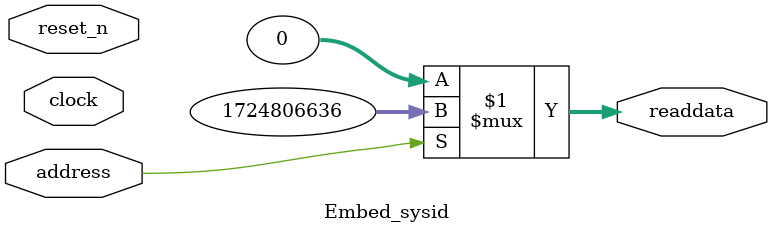
<source format=v>



// synthesis translate_off
`timescale 1ns / 1ps
// synthesis translate_on

// turn off superfluous verilog processor warnings 
// altera message_level Level1 
// altera message_off 10034 10035 10036 10037 10230 10240 10030 

module Embed_sysid (
               // inputs:
                address,
                clock,
                reset_n,

               // outputs:
                readdata
             )
;

  output  [ 31: 0] readdata;
  input            address;
  input            clock;
  input            reset_n;

  wire    [ 31: 0] readdata;
  //control_slave, which is an e_avalon_slave
  assign readdata = address ? 1724806636 : 0;

endmodule



</source>
